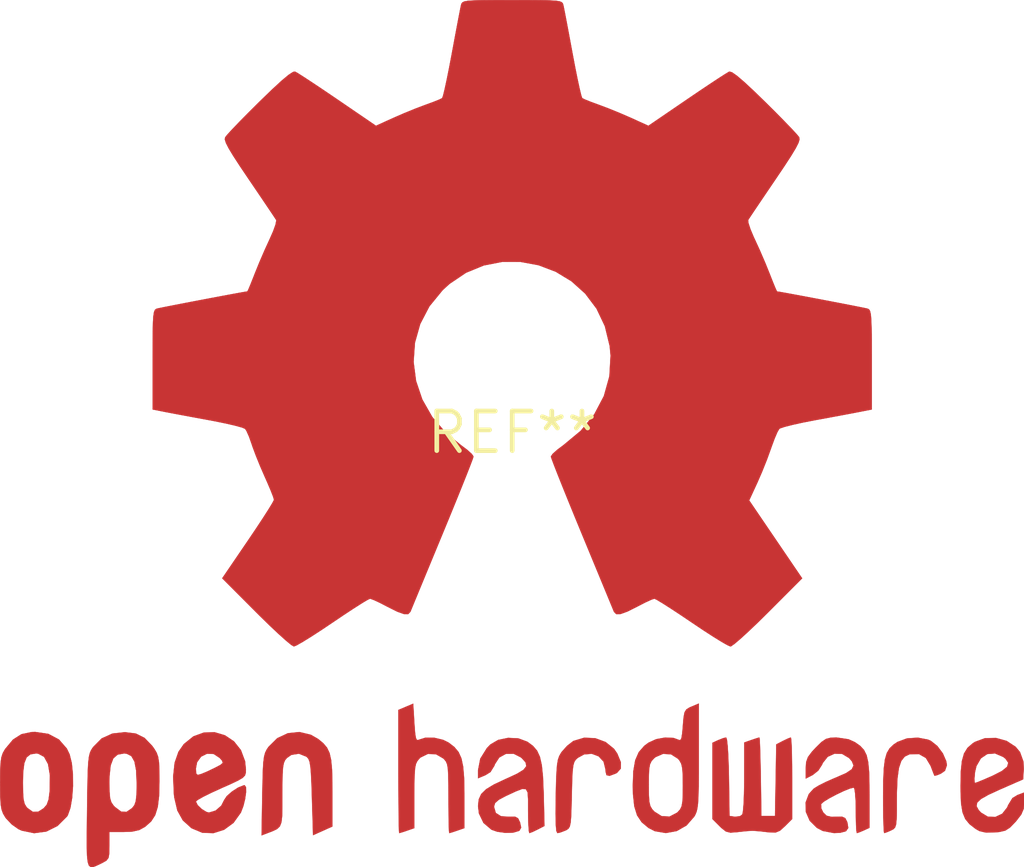
<source format=kicad_pcb>
(kicad_pcb (version 20240108) (generator pcbnew)
  (layers (0 "F.Cu" signal) (31 "B.Cu" signal) (34 "B.Paste" user) (35 "F.Paste" user) (36 "B.SilkS" user "B.Silkscreen") (37 "F.SilkS" user "F.Silkscreen") (38 "B.Mask" user) (39 "F.Mask" user) (44 "Edge.Cuts" user))
  (net 0 "")
  (footprint "OSHW-Logo2_36.5x30mm_Copper" (layer "F.Cu") (at 0 0)
    (property "Reference" "REF**")
    (property "Value" "OSHW-Logo2_36.5x30mm_Copper")
    (fp_poly (pts (xy 13.339224 9.850046) (xy 13.426463 9.888173) (xy 13.634692 10.053088) (xy 13.812756 10.291544) (xy 13.922881 10.546016) (xy 13.940805 10.671469) (xy 13.880713 10.846617) (xy 13.748901 10.939293) (xy 13.607577 10.99541) (xy 13.542865 11.00575) (xy 13.511355 10.930707) (xy 13.449135 10.767403) (xy 13.421837 10.693614) (xy 13.268771 10.438369) (xy 13.047153 10.311057) (xy 12.762982 10.314972) (xy 12.741934 10.319986) (xy 12.59022 10.391917) (xy 12.478685 10.532147) (xy 12.402506 10.757908) (xy 12.356861 11.086427) (xy 12.336926 11.534934) (xy 12.335057 11.773584) (xy 12.33413 12.149783) (xy 12.328056 12.406237) (xy 12.311899 12.569181) (xy 12.28072 12.664845) (xy 12.229582 12.719464) (xy 12.153547 12.759269) (xy 12.149152 12.761273) (xy 12.002727 12.82318) (xy 11.930186 12.845977) (xy 11.91904 12.777055) (xy 11.909498 12.58655) (xy 11.902247 12.298852) (xy 11.897977 11.938353) (xy 11.897126 11.674536) (xy 11.901469 11.164032) (xy 11.918455 10.776742) (xy 11.954018 10.49006) (xy 12.014094 10.281379) (xy 12.10462 10.12809) (xy 12.231529 10.007586) (xy 12.356848 9.923482) (xy 12.658186 9.811548) (xy 13.008893 9.786302) (xy 13.339224 9.850046)) (layer "F.Cu") (stroke (width 0.01)) (fill solid))
    (fp_poly (pts (xy -6.456427 9.694298) (xy -6.222193 9.829785) (xy -6.059339 9.964267) (xy -5.940234 10.105164) (xy -5.858181 10.277468) (xy -5.806485 10.506171) (xy -5.77845 10.816266) (xy -5.767379 11.232744) (xy -5.766092 11.532128) (xy -5.766092 12.634149) (xy -6.076293 12.773208) (xy -6.386494 12.912268) (xy -6.422989 11.705237) (xy -6.438068 11.254449) (xy -6.453887 10.927252) (xy -6.473486 10.701278) (xy -6.499908 10.554161) (xy -6.536192 10.463532) (xy -6.585381 10.407024) (xy -6.601163 10.394793) (xy -6.840281 10.299266) (xy -7.081982 10.337067) (xy -7.225862 10.437356) (xy -7.284389 10.508424) (xy -7.324902 10.601681) (xy -7.350649 10.743058) (xy -7.364878 10.958486) (xy -7.37084 11.273896) (xy -7.371839 11.602605) (xy -7.372035 12.014999) (xy -7.379097 12.306903) (xy -7.402732 12.503776) (xy -7.45265 12.631077) (xy -7.538561 12.714266) (xy -7.670171 12.778801) (xy -7.845958 12.845861) (xy -8.037949 12.918856) (xy -8.015095 11.623365) (xy -8.005892 11.156347) (xy -7.995124 10.811225) (xy -7.979693 10.563921) (xy -7.956496 10.390363) (xy -7.922432 10.266474) (xy -7.874402 10.168182) (xy -7.816496 10.08146) (xy -7.537121 9.804425) (xy -7.196219 9.644222) (xy -6.825438 9.605847) (xy -6.456427 9.694298)) (layer "F.Cu") (stroke (width 0.01)) (fill solid))
    (fp_poly (pts (xy 2.664857 9.8048) (xy 2.996413 9.927149) (xy 3.265024 10.143549) (xy 3.370079 10.29588) (xy 3.484606 10.575402) (xy 3.482227 10.777515) (xy 3.36202 10.913446) (xy 3.317543 10.93656) (xy 3.12551 11.008626) (xy 3.02744 10.990163) (xy 2.994222 10.869146) (xy 2.992529 10.802299) (xy 2.931714 10.556371) (xy 2.773202 10.384336) (xy 2.552885 10.301245) (xy 2.306658 10.322153) (xy 2.106505 10.43074) (xy 2.038902 10.49268) (xy 1.990984 10.567823) (xy 1.958615 10.681413) (xy 1.937659 10.858691) (xy 1.923981 11.124899) (xy 1.913445 11.505279) (xy 1.910717 11.625719) (xy 1.900766 12.037737) (xy 1.889453 12.327721) (xy 1.872486 12.519582) (xy 1.845576 12.637233) (xy 1.804432 12.704587) (xy 1.744765 12.745557) (xy 1.706564 12.763657) (xy 1.544333 12.82555) (xy 1.448835 12.845977) (xy 1.41728 12.777757) (xy 1.398019 12.571509) (xy 1.390949 12.224852) (xy 1.395966 11.735406) (xy 1.397528 11.659914) (xy 1.408552 11.213372) (xy 1.421588 10.887308) (xy 1.440138 10.656229) (xy 1.467705 10.494644) (xy 1.507792 10.377062) (xy 1.563902 10.27799) (xy 1.593254 10.235537) (xy 1.761548 10.0477) (xy 1.949775 9.901595) (xy 1.972819 9.888841) (xy 2.310333 9.788149) (xy 2.664857 9.8048)) (layer "F.Cu") (stroke (width 0.01)) (fill solid))
    (fp_poly (pts (xy 8.950309 9.8496) (xy 8.961448 10.041633) (xy 8.970177 10.333477) (xy 8.975787 10.702053) (xy 8.977586 11.088639) (xy 8.977586 12.396817) (xy 8.746612 12.627792) (xy 8.587444 12.770117) (xy 8.447723 12.827768) (xy 8.256755 12.824119) (xy 8.180951 12.814834) (xy 7.944025 12.787815) (xy 7.748055 12.772332) (xy 7.700287 12.770903) (xy 7.539248 12.780256) (xy 7.308928 12.803735) (xy 7.219624 12.814834) (xy 7.000285 12.832002) (xy 6.852883 12.794712) (xy 6.706724 12.679587) (xy 6.653963 12.627792) (xy 6.422988 12.396817) (xy 6.422988 9.949868) (xy 6.608894 9.865164) (xy 6.768974 9.802424) (xy 6.86263 9.78046) (xy 6.886643 9.849875) (xy 6.909087 10.043826) (xy 6.928466 10.340871) (xy 6.943285 10.719569) (xy 6.950432 11.039512) (xy 6.970402 12.298563) (xy 7.144619 12.323196) (xy 7.303073 12.305973) (xy 7.380714 12.250208) (xy 7.402417 12.145947) (xy 7.420946 11.923859) (xy 7.434828 11.612086) (xy 7.442591 11.238767) (xy 7.44371 11.046652) (xy 7.444828 9.940717) (xy 7.674685 9.860589) (xy 7.837373 9.806109) (xy 7.925868 9.780702) (xy 7.928421 9.78046) (xy 7.937299 9.849523) (xy 7.947057 10.041027) (xy 7.956878 10.331448) (xy 7.96594 10.697261) (xy 7.972271 11.039512) (xy 7.992241 12.298563) (xy 8.430172 12.298563) (xy 8.450268 11.149913) (xy 8.470364 10.001262) (xy 8.683856 9.890861) (xy 8.841483 9.815049) (xy 8.934775 9.780646) (xy 8.937467 9.78046) (xy 8.950309 9.8496)) (layer "F.Cu") (stroke (width 0.01)) (fill solid))
    (fp_poly (pts (xy -3.138506 9.309643) (xy -3.117116 9.607969) (xy -3.092548 9.783766) (xy -3.058503 9.860447) (xy -3.008683 9.861428) (xy -2.992529 9.852274) (xy -2.777651 9.785995) (xy -2.498138 9.789865) (xy -2.213964 9.857998) (xy -2.036225 9.946139) (xy -1.853987 10.086946) (xy -1.720767 10.246297) (xy -1.629313 10.448774) (xy -1.572376 10.718964) (xy -1.542703 11.08145) (xy -1.533045 11.560816) (xy -1.532872 11.652774) (xy -1.532759 12.68572) (xy -1.762616 12.765849) (xy -1.92587 12.820361) (xy -2.015439 12.845742) (xy -2.018076 12.845977) (xy -2.026896 12.77715) (xy -2.034403 12.587308) (xy -2.040025 12.301412) (xy -2.043191 11.944422) (xy -2.043678 11.727378) (xy -2.044694 11.299432) (xy -2.049921 10.99272) (xy -2.062633 10.782501) (xy -2.086101 10.644034) (xy -2.123597 10.552579) (xy -2.178394 10.483397) (xy -2.212607 10.450079) (xy -2.447628 10.315821) (xy -2.704089 10.305767) (xy -2.936776 10.419312) (xy -2.979806 10.460308) (xy -3.042921 10.537393) (xy -3.086699 10.628828) (xy -3.114645 10.761037) (xy -3.130259 10.960442) (xy -3.137045 11.253464) (xy -3.138506 11.657478) (xy -3.138506 12.68572) (xy -3.368363 12.765849) (xy -3.531617 12.820361) (xy -3.621187 12.845742) (xy -3.623823 12.845977) (xy -3.630563 12.77612) (xy -3.636638 12.579076) (xy -3.641806 12.273633) (xy -3.645822 11.878581) (xy -3.648442 11.412707) (xy -3.649424 10.894801) (xy -3.649425 10.871764) (xy -3.649425 8.897551) (xy -3.412213 8.797492) (xy -3.175 8.697433) (xy -3.138506 9.309643)) (layer "F.Cu") (stroke (width 0.01)) (fill solid))
    (fp_poly (pts (xy -14.879449 9.665037) (xy -14.537347 9.84492) (xy -14.284873 10.134416) (xy -14.195189 10.320533) (xy -14.125402 10.59998) (xy -14.089678 10.953067) (xy -14.086291 11.338428) (xy -14.113513 11.714698) (xy -14.169617 12.040513) (xy -14.252875 12.274507) (xy -14.278463 12.314806) (xy -14.581546 12.615622) (xy -14.941533 12.795793) (xy -15.332152 12.84852) (xy -15.727131 12.767005) (xy -15.837051 12.718134) (xy -16.05111 12.56753) (xy -16.23898 12.367837) (xy -16.256735 12.342511) (xy -16.328903 12.220453) (xy -16.376608 12.089976) (xy -16.40479 11.918212) (xy -16.418389 11.672295) (xy -16.422345 11.319359) (xy -16.422414 11.24023) (xy -16.422232 11.215048) (xy -15.692529 11.215048) (xy -15.688282 11.548141) (xy -15.671569 11.769185) (xy -15.636437 11.911962) (xy -15.576929 12.010255) (xy -15.546552 12.043104) (xy -15.371911 12.16793) (xy -15.202354 12.162237) (xy -15.030914 12.05396) (xy -14.928662 11.938366) (xy -14.868105 11.769644) (xy -14.834098 11.503582) (xy -14.831765 11.472551) (xy -14.825961 10.990367) (xy -14.886626 10.63225) (xy -15.012939 10.4004) (xy -15.204081 10.297017) (xy -15.272311 10.291379) (xy -15.451473 10.319732) (xy -15.574025 10.417959) (xy -15.648956 10.605815) (xy -15.685252 10.903055) (xy -15.692529 11.215048) (xy -16.422232 11.215048) (xy -16.419695 10.864147) (xy -16.408281 10.601372) (xy -16.383279 10.419286) (xy -16.339803 10.28527) (xy -16.272961 10.166704) (xy -16.25819 10.14466) (xy -16.009921 9.847517) (xy -15.739396 9.675021) (xy -15.410048 9.606547) (xy -15.298209 9.603202) (xy -14.879449 9.665037)) (layer "F.Cu") (stroke (width 0.01)) (fill solid))
    (fp_poly (pts (xy 15.858597 9.89135) (xy 16.147374 10.080085) (xy 16.28666 10.249044) (xy 16.397009 10.555638) (xy 16.405773 10.798245) (xy 16.385919 11.12264) (xy 15.637787 11.450097) (xy 15.274026 11.617395) (xy 15.036343 11.751975) (xy 14.912753 11.868541) (xy 14.891276 11.9818) (xy 14.95993 12.106456) (xy 15.035632 12.189081) (xy 15.255907 12.321584) (xy 15.495491 12.330868) (xy 15.71553 12.227602) (xy 15.877171 12.022458) (xy 15.906082 11.950019) (xy 16.044563 11.723772) (xy 16.203882 11.627351) (xy 16.422414 11.544864) (xy 16.422414 11.857585) (xy 16.403094 12.070389) (xy 16.327414 12.249845) (xy 16.168795 12.455891) (xy 16.145219 12.482666) (xy 15.968782 12.665979) (xy 15.817118 12.764355) (xy 15.627374 12.809613) (xy 15.470076 12.824434) (xy 15.188716 12.828127) (xy 14.988425 12.781337) (xy 14.863474 12.711868) (xy 14.667094 12.559102) (xy 14.531158 12.393886) (xy 14.445129 12.186103) (xy 14.398469 11.905635) (xy 14.38064 11.522366) (xy 14.379217 11.327841) (xy 14.384056 11.094632) (xy 14.824748 11.094632) (xy 14.829859 11.219741) (xy 14.842598 11.24023) (xy 14.926664 11.212396) (xy 15.107576 11.138733) (xy 15.349368 11.034002) (xy 15.399932 11.011492) (xy 15.705508 10.856106) (xy 15.873868 10.719538) (xy 15.910869 10.591622) (xy 15.822367 10.462191) (xy 15.749277 10.405001) (xy 15.48554 10.290625) (xy 15.23869 10.309521) (xy 15.032031 10.449129) (xy 14.888869 10.696883) (xy 14.84297 10.893535) (xy 14.824748 11.094632) (xy 14.384056 11.094632) (xy 14.388648 10.873378) (xy 14.423397 10.537133) (xy 14.492235 10.292289) (xy 14.60393 10.112028) (xy 14.767253 9.969532) (xy 14.838457 9.923482) (xy 15.161906 9.803554) (xy 15.51603 9.796008) (xy 15.858597 9.89135)) (layer "F.Cu") (stroke (width 0.01)) (fill solid))
    (fp_poly (pts (xy 5.984785 10.386139) (xy 5.983858 10.931653) (xy 5.98027 11.351298) (xy 5.972506 11.665176) (xy 5.959055 11.893388) (xy 5.938404 12.056038) (xy 5.90904 12.173228) (xy 5.869452 12.26506) (xy 5.839475 12.317478) (xy 5.591224 12.601736) (xy 5.276471 12.779912) (xy 4.928228 12.843846) (xy 4.579511 12.785374) (xy 4.371857 12.680298) (xy 4.153862 12.498529) (xy 4.005291 12.276531) (xy 3.915652 11.985801) (xy 3.874453 11.597838) (xy 3.868618 11.313219) (xy 3.869405 11.292765) (xy 4.37931 11.292765) (xy 4.382425 11.619144) (xy 4.396694 11.835201) (xy 4.429511 11.976546) (xy 4.488264 12.078784) (xy 4.558464 12.155904) (xy 4.794219 12.304763) (xy 5.04735 12.317479) (xy 5.286589 12.193198) (xy 5.30521 12.176358) (xy 5.384686 12.088756) (xy 5.43452 11.984529) (xy 5.461499 11.829404) (xy 5.472412 11.58911) (xy 5.474138 11.323447) (xy 5.470397 10.989701) (xy 5.454911 10.767055) (xy 5.421285 10.620733) (xy 5.363126 10.515955) (xy 5.315438 10.460308) (xy 5.093907 10.319963) (xy 4.838769 10.303088) (xy 4.595238 10.410284) (xy 4.548239 10.450079) (xy 4.468232 10.538454) (xy 4.418296 10.643755) (xy 4.391483 10.800627) (xy 4.380848 11.043719) (xy 4.37931 11.292765) (xy 3.869405 11.292765) (xy 3.886259 10.854868) (xy 3.946179 10.510489) (xy 4.058869 10.25158) (xy 4.234821 10.04964) (xy 4.371857 9.946139) (xy 4.62094 9.834321) (xy 4.909637 9.782419) (xy 5.177998 9.796312) (xy 5.328161 9.852357) (xy 5.387088 9.868307) (xy 5.426191 9.808837) (xy 5.453487 9.649471) (xy 5.474138 9.406718) (xy 5.496747 9.136353) (xy 5.528153 8.973687) (xy 5.585298 8.880669) (xy 5.685126 8.819248) (xy 5.747845 8.792048) (xy 5.985057 8.692679) (xy 5.984785 10.386139)) (layer "F.Cu") (stroke (width 0.01)) (fill solid))
    (fp_poly (pts (xy -9.211121 9.711691) (xy -8.923356 9.905279) (xy -8.700973 10.184873) (xy -8.568127 10.540663) (xy -8.541258 10.802537) (xy -8.54431 10.911816) (xy -8.56986 10.995486) (xy -8.640097 11.070447) (xy -8.77721 11.153599) (xy -9.003388 11.261844) (xy -9.34082 11.412082) (xy -9.342529 11.412836) (xy -9.653124 11.555093) (xy -9.907819 11.681414) (xy -10.080583 11.778199) (xy -10.145385 11.83185) (xy -10.145402 11.832282) (xy -10.088288 11.949111) (xy -9.954727 12.077886) (xy -9.801395 12.170653) (xy -9.723712 12.189081) (xy -9.511777 12.125346) (xy -9.329268 11.965728) (xy -9.240218 11.790234) (xy -9.15455 11.660857) (xy -8.986743 11.513522) (xy -8.789481 11.38624) (xy -8.615449 11.317022) (xy -8.579057 11.313219) (xy -8.538093 11.375802) (xy -8.535625 11.535778) (xy -8.565729 11.751482) (xy -8.622484 11.981252) (xy -8.699966 12.183424) (xy -8.703879 12.191273) (xy -8.937047 12.516835) (xy -9.23924 12.738277) (xy -9.582432 12.846966) (xy -9.9386 12.834265) (xy -10.279719 12.691541) (xy -10.294887 12.681505) (xy -10.563225 12.438316) (xy -10.73967 12.121023) (xy -10.837316 11.703815) (xy -10.850421 11.586597) (xy -10.87363 11.033324) (xy -10.845806 10.775311) (xy -10.145402 10.775311) (xy -10.136302 10.936257) (xy -10.086527 10.983228) (xy -9.962436 10.948088) (xy -9.766833 10.865022) (xy -9.548186 10.760898) (xy -9.542752 10.758141) (xy -9.357426 10.660662) (xy -9.283047 10.59561) (xy -9.301388 10.527413) (xy -9.378618 10.437804) (xy -9.5751 10.308127) (xy -9.786694 10.298599) (xy -9.976493 10.392973) (xy -10.107589 10.575004) (xy -10.145402 10.775311) (xy -10.845806 10.775311) (xy -10.825891 10.590652) (xy -10.703414 10.239572) (xy -10.53291 9.993619) (xy -10.225163 9.745074) (xy -9.886179 9.621778) (xy -9.540114 9.613921) (xy -9.211121 9.711691)) (layer "F.Cu") (stroke (width 0.01)) (fill solid))
    (fp_poly (pts (xy 0.199861 9.810901) (xy 0.485857 9.917104) (xy 0.489129 9.919146) (xy 0.666008 10.049325) (xy 0.796589 10.201459) (xy 0.888428 10.399718) (xy 0.949084 10.668272) (xy 0.986113 11.031292) (xy 1.007073 11.512949) (xy 1.00891 11.581571) (xy 1.035299 12.616303) (xy 0.813228 12.73114) (xy 0.652545 12.808745) (xy 0.555525 12.845516) (xy 0.551038 12.845977) (xy 0.534249 12.778126) (xy 0.520912 12.595103) (xy 0.512708 12.327702) (xy 0.510919 12.111174) (xy 0.510878 11.760406) (xy 0.494843 11.540128) (xy 0.438949 11.435063) (xy 0.319331 11.429937) (xy 0.112123 11.509475) (xy -0.200718 11.655681) (xy -0.430758 11.777113) (xy -0.549073 11.882466) (xy -0.583855 11.99729) (xy -0.583908 12.002973) (xy -0.526512 12.200777) (xy -0.356576 12.307637) (xy -0.096505 12.323115) (xy 0.090824 12.32043) (xy 0.189598 12.374383) (xy 0.251196 12.503977) (xy 0.286648 12.669081) (xy 0.235557 12.762761) (xy 0.21632 12.776169) (xy 0.035207 12.830015) (xy -0.218418 12.837638) (xy -0.479609 12.801946) (xy -0.664687 12.73672) (xy -0.92057 12.519463) (xy -1.066023 12.217041) (xy -1.094828 11.980769) (xy -1.072845 11.767655) (xy -0.993299 11.593691) (xy -0.835791 11.439181) (xy -0.579922 11.28443) (xy -0.205294 11.109743) (xy -0.182471 11.09987) (xy 0.154993 10.943971) (xy 0.363235 10.816115) (xy 0.452493 10.701221) (xy 0.433008 10.584208) (xy 0.315017 10.449996) (xy 0.279734 10.419109) (xy 0.043398 10.299353) (xy -0.201486 10.304395) (xy -0.414759 10.42181) (xy -0.55626 10.639172) (xy -0.569408 10.681836) (xy -0.697443 10.88876) (xy -0.859907 10.98843) (xy -1.094828 11.087206) (xy -1.094828 10.831645) (xy -1.023367 10.460181) (xy -0.811262 10.11946) (xy -0.700887 10.005477) (xy -0.449987 9.859184) (xy -0.130912 9.79296) (xy 0.199861 9.810901)) (layer "F.Cu") (stroke (width 0.01)) (fill solid))
    (fp_poly (pts (xy -12.070251 9.654758) (xy -11.791375 9.793806) (xy -11.54523 10.049827) (xy -11.477443 10.14466) (xy -11.403594 10.268751) (xy -11.35568 10.403531) (xy -11.328268 10.583411) (xy -11.315928 10.842805) (xy -11.313218 11.185252) (xy -11.325455 11.654539) (xy -11.36799 12.006896) (xy -11.449558 12.26977) (xy -11.578896 12.470607) (xy -11.76474 12.636853) (xy -11.778395 12.646696) (xy -11.961549 12.747384) (xy -12.182101 12.797201) (xy -12.462595 12.809483) (xy -12.918582 12.809483) (xy -12.918774 13.252143) (xy -12.923017 13.498675) (xy -12.948874 13.643284) (xy -13.016446 13.730014) (xy -13.14583 13.802911) (xy -13.176902 13.817804) (xy -13.322308 13.887597) (xy -13.43489 13.931679) (xy -13.518604 13.935486) (xy -13.577405 13.884453) (xy -13.615249 13.764017) (xy -13.636093 13.559614) (xy -13.643891 13.25668) (xy -13.6426 12.840651) (xy -13.636177 12.296963) (xy -13.634171 12.134339) (xy -13.626944 11.573755) (xy -13.62047 11.207053) (xy -12.918966 11.207053) (xy -12.915023 11.518315) (xy -12.8975 11.721967) (xy -12.857855 11.856288) (xy -12.787547 11.959559) (xy -12.739812 12.009927) (xy -12.544662 12.157303) (xy -12.371882 12.169299) (xy -12.1936 12.047595) (xy -12.189081 12.043104) (xy -12.116544 11.949045) (xy -12.072418 11.821211) (xy -12.05016 11.624345) (xy -12.043229 11.323189) (xy -12.043104 11.25647) (xy -12.059854 10.841458) (xy -12.11438 10.553763) (xy -12.213089 10.378135) (xy -12.36239 10.299323) (xy -12.448679 10.291379) (xy -12.653474 10.32865) (xy -12.793948 10.451371) (xy -12.878506 10.675904) (xy -12.915551 11.018614) (xy -12.918966 11.207053) (xy -13.62047 11.207053) (xy -13.619284 11.139881) (xy -13.609383 10.813455) (xy -13.595436 10.575219) (xy -13.575635 10.40591) (xy -13.548174 10.286269) (xy -13.511247 10.197034) (xy -13.463046 10.118944) (xy -13.442378 10.08956) (xy -13.168219 9.811992) (xy -12.821587 9.654618) (xy -12.420616 9.610744) (xy -12.070251 9.654758)) (layer "F.Cu") (stroke (width 0.01)) (fill solid))
    (fp_poly (pts (xy 10.786016 9.837891) (xy 10.996172 9.933484) (xy 11.161124 10.049314) (xy 11.281986 10.17883) (xy 11.365431 10.345908) (xy 11.418133 10.574423) (xy 11.446767 10.888252) (xy 11.458008 11.311269) (xy 11.459195 11.589832) (xy 11.459195 12.676569) (xy 11.27329 12.761273) (xy 11.126865 12.82318) (xy 11.054324 12.845977) (xy 11.040446 12.778142) (xy 11.029437 12.595236) (xy 11.022696 12.328158) (xy 11.021264 12.116092) (xy 11.015114 11.809719) (xy 10.998531 11.566669) (xy 10.974316 11.417836) (xy 10.95508 11.386207) (xy 10.825778 11.418506) (xy 10.622793 11.501349) (xy 10.387755 11.613653) (xy 10.162293 11.734337) (xy 9.988038 11.84232) (xy 9.906619 11.916519) (xy 9.906297 11.917322) (xy 9.9133 12.054642) (xy 9.976098 12.18573) (xy 10.086352 12.292203) (xy 10.247273 12.327815) (xy 10.384802 12.323665) (xy 10.579586 12.320612) (xy 10.681831 12.366246) (xy 10.743237 12.486814) (xy 10.75098 12.50955) (xy 10.7776 12.681496) (xy 10.706413 12.7859) (xy 10.52086 12.835657) (xy 10.32042 12.84486) (xy 9.959725 12.776645) (xy 9.773006 12.679226) (xy 9.542406 12.450369) (xy 9.420108 12.169456) (xy 9.409134 11.872628) (xy 9.512503 11.596027) (xy 9.667991 11.422701) (xy 9.823234 11.325663) (xy 10.067238 11.202812) (xy 10.35158 11.078229) (xy 10.398975 11.059192) (xy 10.711303 10.921362) (xy 10.891347 10.799885) (xy 10.949251 10.679119) (xy 10.895159 10.543425) (xy 10.802299 10.437356) (xy 10.582818 10.306755) (xy 10.341325 10.296959) (xy 10.119859 10.397602) (xy 9.960464 10.598316) (xy 9.939543 10.6501) (xy 9.817739 10.840563) (xy 9.639912 10.981963) (xy 9.415517 11.098002) (xy 9.415517 10.768961) (xy 9.428725 10.567919) (xy 9.485354 10.409466) (xy 9.610917 10.240408) (xy 9.731454 10.11019) (xy 9.918886 9.925805) (xy 10.064514 9.826756) (xy 10.22093 9.787025) (xy 10.397983 9.78046) (xy 10.786016 9.837891)) (layer "F.Cu") (stroke (width 0.01)) (fill solid))
    (fp_poly (pts (xy 0.522534 -13.867505) (xy 0.917515 -13.865342) (xy 1.203368 -13.859487) (xy 1.398517 -13.848095) (xy 1.521385 -13.829325) (xy 1.590398 -13.801334) (xy 1.623979 -13.762279) (xy 1.640552 -13.710318) (xy 1.642163 -13.703592) (xy 1.667338 -13.582217) (xy 1.713937 -13.342738) (xy 1.777113 -13.010643) (xy 1.852018 -12.611423) (xy 1.933804 -12.170566) (xy 1.93666 -12.155083) (xy 2.018583 -11.723046) (xy 2.095232 -11.341328) (xy 2.161659 -11.032822) (xy 2.212918 -10.820423) (xy 2.244064 -10.727025) (xy 2.245549 -10.72537) (xy 2.337298 -10.679761) (xy 2.526464 -10.603758) (xy 2.772195 -10.513768) (xy 2.773563 -10.513287) (xy 3.083081 -10.396945) (xy 3.447989 -10.24874) (xy 3.791953 -10.099728) (xy 3.808232 -10.09236) (xy 4.368475 -9.838086) (xy 5.609046 -10.685257) (xy 5.989614 -10.94352) (xy 6.334352 -11.174407) (xy 6.623287 -11.36479) (xy 6.836447 -11.501537) (xy 6.95386 -11.571518) (xy 6.96501 -11.576708) (xy 7.050336 -11.553601) (xy 7.209703 -11.44211) (xy 7.449327 -11.236978) (xy 7.775423 -10.932948) (xy 8.108321 -10.609488) (xy 8.429235 -10.290746) (xy 8.716452 -9.999885) (xy 8.952681 -9.754869) (xy 9.120632 -9.573659) (xy 9.203014 -9.474217) (xy 9.206079 -9.469098) (xy 9.215186 -9.400859) (xy 9.180876 -9.289416) (xy 9.094672 -9.119721) (xy 8.948098 -8.876722) (xy 8.732676 -8.545372) (xy 8.445499 -8.118811) (xy 8.190634 -7.743362) (xy 7.962807 -7.406626) (xy 7.775181 -7.128151) (xy 7.640923 -6.927488) (xy 7.573199 -6.824187) (xy 7.568936 -6.817174) (xy 7.577204 -6.718198) (xy 7.639882 -6.525828) (xy 7.744495 -6.276421) (xy 7.78178 -6.196772) (xy 7.944465 -5.841935) (xy 8.11803 -5.439316) (xy 8.259022 -5.090948) (xy 8.360617 -4.83239) (xy 8.441314 -4.635896) (xy 8.487945 -4.5332) (xy 8.493743 -4.525287) (xy 8.579506 -4.51218) (xy 8.781672 -4.476266) (xy 9.073358 -4.422658) (xy 9.427686 -4.356467) (xy 9.817775 -4.282808) (xy 10.216744 -4.206792) (xy 10.597713 -4.13353) (xy 10.933801 -4.068137) (xy 11.198129 -4.015724) (xy 11.363815 -3.981403) (xy 11.404454 -3.971699) (xy 11.446433 -3.947749) (xy 11.478121 -3.89366) (xy 11.500944 -3.791172) (xy 11.516328 -3.622028) (xy 11.525699 -3.367971) (xy 11.530481 -3.010743) (xy 11.5321 -2.532087) (xy 11.532184 -2.335888) (xy 11.532184 -0.740234) (xy 11.148994 -0.664601) (xy 10.935805 -0.62359) (xy 10.617674 -0.563727) (xy 10.233288 -0.492233) (xy 9.821336 -0.416332) (xy 9.707471 -0.395484) (xy 9.327331 -0.321574) (xy 8.99617 -0.248895) (xy 8.741784 -0.184178) (xy 8.591969 -0.134156) (xy 8.567013 -0.119247) (xy 8.505733 -0.013664) (xy 8.417869 0.190924) (xy 8.320432 0.454208) (xy 8.301105 0.51092) (xy 8.1734 0.862544) (xy 8.014884 1.259286) (xy 7.859759 1.615562) (xy 7.858995 1.617216) (xy 7.600668 2.176099) (xy 8.450285 3.425839) (xy 9.299901 4.67558) (xy 8.209053 5.76825) (xy 7.879121 6.093452) (xy 7.578197 6.380121) (xy 7.323182 6.612954) (xy 7.130977 6.776645) (xy 7.018483 6.855892) (xy 7.002346 6.86092) (xy 6.9076 6.821324) (xy 6.714269 6.71124) (xy 6.443472 6.543725) (xy 6.11633 6.331836) (xy 5.76263 6.09454) (xy 5.403653 5.852495) (xy 5.083588 5.641878) (xy 4.822762 5.475646) (xy 4.6415 5.366756) (xy 4.560394 5.328161) (xy 4.46144 5.36082) (xy 4.273797 5.446876) (xy 4.036169 5.56845) (xy 4.010979 5.581963) (xy 3.690978 5.74245) (xy 3.471545 5.821157) (xy 3.335069 5.821994) (xy 3.263938 5.748869) (xy 3.263524 5.747845) (xy 3.227969 5.661245) (xy 3.143172 5.455672) (xy 3.01571 5.147035) (xy 2.852156 4.751246) (xy 2.659085 4.284216) (xy 2.443072 3.761855) (xy 2.233876 3.256115) (xy 2.003969 2.697999) (xy 1.792876 2.18098) (xy 1.606922 1.720906) (xy 1.452436 1.333627) (xy 1.335743 1.034991) (xy 1.26317 0.840847) (xy 1.240805 0.768391) (xy 1.296891 0.685275) (xy 1.443596 0.552807) (xy 1.639221 0.406761) (xy 2.196334 -0.05512) (xy 2.631794 -0.584544) (xy 2.940384 -1.170359) (xy 3.116884 -1.801414) (xy 3.156076 -2.466557) (xy 3.127589 -2.773563) (xy 2.972374 -3.410516) (xy 2.705058 -3.972996) (xy 2.342222 -4.455456) (xy 1.900444 -4.852348) (xy 1.396306 -5.158125) (xy 0.846386 -5.367238) (xy 0.267264 -5.474139) (xy -0.324479 -5.473282) (xy -0.912264 -5.359119) (xy -1.479511 -5.126102) (xy -2.00964 -4.768682) (xy -2.23091 -4.566542) (xy -2.655277 -4.047481) (xy -2.950753 -3.480262) (xy -3.119305 -2.881417) (xy -3.1629 -2.267483) (xy -3.083505 -1.654992) (xy -2.883087 -1.060481) (xy -2.563613 -0.500483) (xy -2.127051 0.008467) (xy -1.639221 0.406761) (xy -1.436023 0.559006) (xy -1.292477 0.690037) (xy -1.240805 0.768515) (xy -1.26786 0.854097) (xy -1.344807 1.058547) (xy -1.465315 1.366017) (xy -1.623054 1.760658) (xy -1.811695 2.226623) (xy -2.024906 2.748064) (xy -2.234454 3.256239) (xy -2.465639 3.814833) (xy -2.679777 4.332461) (xy -2.870295 4.793216) (xy -3.030617 5.181188) (xy -3.154171 5.48047) (xy -3.234381 5.675152) (xy -3.264102 5.747845) (xy -3.334315 5.821694) (xy -3.470127 5.821477) (xy -3.689014 5.743315) (xy -4.008453 5.583324) (xy -4.010979 5.581963) (xy -4.251495 5.457804) (xy -4.445922 5.367363) (xy -4.555557 5.328519) (xy -4.560395 5.328161) (xy -4.642927 5.367561) (xy -4.825136 5.477124) (xy -5.086694 5.643893) (xy -5.407276 5.854909) (xy -5.76263 6.09454) (xy -6.124418 6.337168) (xy -6.45049 6.548174) (xy -6.719725 6.714502) (xy -6.911004 6.823095) (xy -7.002346 6.86092) (xy -7.086455 6.811204) (xy -7.255561 6.672259) (xy -7.492767 6.459385) (xy -7.781175 6.187882) (xy -8.103888 5.873054) (xy -8.209428 5.767874) (xy -9.300652 4.674828) (xy -8.470058 3.45585) (xy -8.217635 3.081513) (xy -7.996095 2.745549) (xy -7.817866 2.467423) (xy -7.695376 2.266597) (xy -7.641055 2.162535) (xy -7.639464 2.155132) (xy -7.668101 2.057046) (xy -7.745127 1.859737) (xy -7.857211 1.596272) (xy -7.935883 1.419886) (xy -8.082981 1.082191) (xy -8.221511 0.741022) (xy -8.32891 0.452758) (xy -8.358084 0.364943) (xy -8.440972 0.130434) (xy -8.521998 -0.050764) (xy -8.566502 -0.119247) (xy -8.664714 -0.161159) (xy -8.879065 -0.220574) (xy -9.181742 -0.290757) (xy -9.544933 -0.364976) (xy -9.707471 -0.395484) (xy -10.120217 -0.471329) (xy -10.516119 -0.544767) (xy -10.85649 -0.608578) (xy -11.102642 -0.655538) (xy -11.148994 -0.664601) (xy -11.532184 -0.740234) (xy -11.532184 -2.335888) (xy -11.531323 -2.860576) (xy -11.527791 -3.25755) (xy -11.520161 -3.545067) (xy -11.507009 -3.741384) (xy -11.486908 -3.864761) (xy -11.458432 -3.933453) (xy -11.420157 -3.965718) (xy -11.404454 -3.971699) (xy -11.309739 -3.992916) (xy -11.100489 -4.03525) (xy -10.803584 -4.093586) (xy -10.445904 -4.162813) (xy -10.05433 -4.237818) (xy -9.655743 -4.313489) (xy -9.277022 -4.384713) (xy -8.945048 -4.446378) (xy -8.686702 -4.493372) (xy -8.528863 -4.520583) (xy -8.493743 -4.525287) (xy -8.461926 -4.588241) (xy -8.391499 -4.755946) (xy -8.295629 -4.996668) (xy -8.259022 -5.090948) (xy -8.111371 -5.455196) (xy -7.9375 -5.857623) (xy -7.78178 -6.196772) (xy -7.667199 -6.456097) (xy -7.590967 -6.669185) (xy -7.56552 -6.799684) (xy -7.569577 -6.817174) (xy -7.623359 -6.899745) (xy -7.746163 -7.083392) (xy -7.924808 -7.348557) (xy -8.146114 -7.675685) (xy -8.396897 -8.04522) (xy -8.446486 -8.118164) (xy -8.73747 -8.550341) (xy -8.951369 -8.879435) (xy -9.09671 -9.120598) (xy -9.18202 -9.288981) (xy -9.215827 -9.399736) (xy -9.206659 -9.468016) (xy -9.206425 -9.468451) (xy -9.134268 -9.558135) (xy -8.974667 -9.731522) (xy -8.744923 -9.970636) (xy -8.462334 -10.257503) (xy -8.144198 -10.574148) (xy -8.108321 -10.609488) (xy -7.707394 -10.997742) (xy -7.397988 -11.282825) (xy -7.173889 -11.469995) (xy -7.02888 -11.564509) (xy -6.96501 -11.576708) (xy -6.871795 -11.523492) (xy -6.678357 -11.400566) (xy -6.404667 -11.221063) (xy -6.0707 -10.998111) (xy -5.696425 -10.744843) (xy -5.609046 -10.685257) (xy -4.368475 -9.838086) (xy -3.808232 -10.09236) (xy -3.467527 -10.240543) (xy -3.101809 -10.389574) (xy -2.787413 -10.508399) (xy -2.773563 -10.513287) (xy -2.527643 -10.603307) (xy -2.338073 -10.679427) (xy -2.245706 -10.725238) (xy -2.245549 -10.72537) (xy -2.21624 -10.808178) (xy -2.166419 -11.011832) (xy -2.101032 -11.313437) (xy -2.025024 -11.690102) (xy -1.943343 -12.118931) (xy -1.93666 -12.155083) (xy -1.854724 -12.596912) (xy -1.779505 -12.997974) (xy -1.715848 -13.332781) (xy -1.668603 -13.575842) (xy -1.642617 -13.70167) (xy -1.642163 -13.703592) (xy -1.626349 -13.757118) (xy -1.595597 -13.797531) (xy -1.531485 -13.826673) (xy -1.415587 -13.846388) (xy -1.229479 -13.858517) (xy -0.954737 -13.864903) (xy -0.572937 -13.867388) (xy -0.065654 -13.867815) (xy 0 -13.867816) (xy 0.522534 -13.867505)) (layer "F.Cu") (stroke (width 0.01)) (fill solid))
  )
)
</source>
